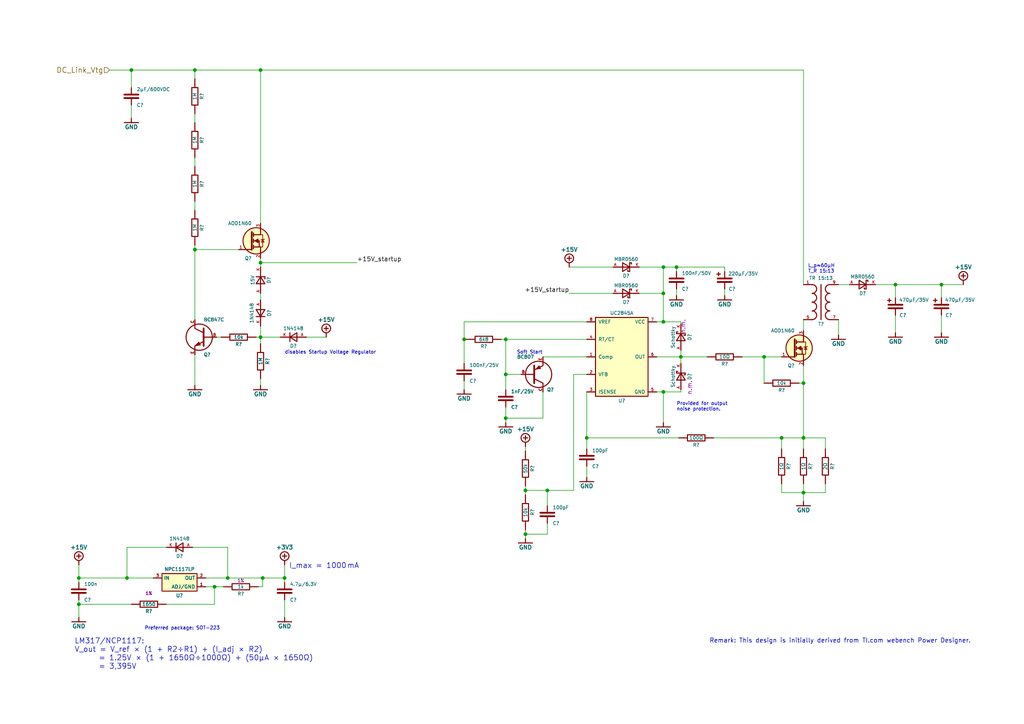
<source format=kicad_sch>
(kicad_sch (version 20230121) (generator eeschema)
  (paper "A4")
  (title_block (title "Power Supply") (date "2016-03-17") (rev "0.1") (company "Open Source Solar Inverter Project"))
  (lib_symbols
    (symbol "NCP1117LP:NPC1117LP"
      (property "Reference" "U" (at 0 -3.81 0))
      (property "Value" "NPC1117LP" (at 0 3.81 0))
      (symbol "NPC1117LP_0_1"
        (rectangle (start -5.08 2.54) (end 5.08 -2.54) (stroke (width 0.3)) (fill (type background)))
        (polyline (pts (xy -7.62 1.27) (xy -5.08 1.27)) (stroke (width 0.3)))
        (polyline (pts (xy 7.62 -1.27) (xy 5.08 -1.27)) (stroke (width 0.3)))
        (polyline (pts (xy 7.62 1.27) (xy 5.08 1.27)) (stroke (width 0.3)))
      )
      (symbol "NPC1117LP_1_1"
        (pin input line (at 7.62 -1.27 180) (length 2.54) (name "ADJ/GND") (number "1"))
        (pin input line (at 7.62 1.27 180) (length 2.54) (name "OUT") (number "2"))
        (pin input line (at -7.62 1.27 0) (length 2.54) (name "IN") (number "3"))
      )
    )
    (symbol "OSSI_standard_components:+15V" (power) (pin_names (offset 0))
      (property "Value" "+15V" (at 0 5.08 0))
      (symbol "+15V_1_0"
        (polyline (pts (xy -0.635 2.54) (xy 0.635 2.54)) (stroke (width 0.3048)))
        (polyline (pts (xy 0 1.27) (xy 0 0)) (stroke (width 0.3048)))
        (polyline (pts (xy 0 3.175) (xy 0 1.905)) (stroke (width 0.3048)))
        (circle (center 0 2.54) (radius 1.27) (stroke (width 0.3048)))
        (pin power_in line (at 0 0 90) (length 0) hide (name "+15V") (number "1"))
      )
    )
    (symbol "OSSI_standard_components:+3V3" (power) (pin_names (offset 0))
      (property "Value" "+3V3" (at 0 5.08 0))
      (symbol "+3V3_1_0"
        (polyline (pts (xy -0.635 2.54) (xy 0.635 2.54)) (stroke (width 0.3048)))
        (polyline (pts (xy 0 1.27) (xy 0 0)) (stroke (width 0.3048)))
        (polyline (pts (xy 0 3.175) (xy 0 1.905)) (stroke (width 0.3048)))
        (circle (center 0 2.54) (radius 1.27) (stroke (width 0.3048)))
        (pin power_in line (at 0 0 90) (length 0) hide (name "+3V3") (number "1"))
      )
    )
    (symbol "OSSI_standard_components:Capacitor" (pin_numbers hide) (pin_names (offset 1.016) hide)
      (property "Reference" "C" (at 1.524 -2.54 0))
      (property "Value" "Capacitor" (at 1.524 2.032 0))
      (symbol "Capacitor_0_0"
        (polyline (pts (xy -2.032 -0.508) (xy 2.032 -0.508)) (stroke (width 0.508)))
        (polyline (pts (xy -2.032 0.508) (xy 2.032 0.508)) (stroke (width 0.508)))
        (polyline (pts (xy 0 -2.54) (xy 0 -0.635)) (stroke (width 0.3048)))
        (polyline (pts (xy 0 0.635) (xy 0 2.54)) (stroke (width 0.3048)))
        (pin passive line (at 0 -2.54 90) (length 0) (name "1") (number "1"))
        (pin passive line (at 0 2.54 270) (length 0) (name "2") (number "2"))
      )
    )
    (symbol "OSSI_standard_components:Capacitor_pol" (pin_numbers hide) (pin_names (offset 1.016) hide)
      (property "Reference" "C" (at 1.143 -2.54 0))
      (property "Value" "Capacitor_pol" (at 1.016 1.905 0))
      (symbol "Capacitor_pol_0_0"
        (polyline (pts (xy -2.286 1.778) (xy -1.27 1.778)) (stroke (width 0.3048)))
        (polyline (pts (xy -2.032 -0.508) (xy 2.032 -0.508)) (stroke (width 0.508)))
        (polyline (pts (xy -2.032 0.508) (xy 2.032 0.508)) (stroke (width 0.508)))
        (polyline (pts (xy -1.778 1.27) (xy -1.778 2.286)) (stroke (width 0.3048)))
        (polyline (pts (xy 0 -2.54) (xy 0 -0.762)) (stroke (width 0.3048)))
        (polyline (pts (xy 0 0.508) (xy 0 2.54)) (stroke (width 0.3048)))
      )
      (symbol "Capacitor_pol_1_0"
        (pin passive line (at 0 2.54 180) (length 0) (name "+") (number "+"))
        (pin passive line (at 0 -2.54 180) (length 0) (name "-") (number "-"))
      )
    )
    (symbol "OSSI_standard_components:Diode" (pin_names (offset 1.016) hide)
      (property "Reference" "D" (at 0 -2.54 0))
      (property "Value" "Diode" (at 0 2.54 0))
      (symbol "Diode_0_0"
        (polyline (pts (xy -3.81 0) (xy 3.81 0)) (stroke (width 0.3048)))
        (polyline (pts (xy 1.016 1.27) (xy 1.016 0) (xy -1.016 1.27) (xy -1.016 -1.27) (xy 1.016 0) (xy 1.016 -1.27)) (stroke (width 0.3048)))
        (pin passive line (at -3.81 0 0) (length 2.54) (name "A") (number "A"))
        (pin passive line (at 3.81 0 180) (length 2.54) (name "K") (number "K"))
      )
    )
    (symbol "OSSI_standard_components:GND" (power) (pin_names (offset 0))
      (property "Value" "GND" (at 0 -2.54 0))
      (symbol "GND_0_0"
        (polyline (pts (xy -2.032 -1.27) (xy 2.032 -1.27)) (stroke (width 0.3048)))
        (polyline (pts (xy 0 -1.27) (xy 0 0)) (stroke (width 0.3048)))
        (pin power_in line (at 0 0 270) (length 0) hide (name "GND") (number "1"))
      )
    )
    (symbol "OSSI_standard_components:NMOS" (pin_names (offset 1.016) hide)
      (property "Reference" "Q" (at 0 -5.08 0))
      (property "Value" "NMOS" (at 0 5.08 0))
      (symbol "NMOS_0_0"
        (polyline (pts (xy 0 -2.54) (xy -3.81 -2.54)) (stroke (width 0.3048)))
        (polyline (pts (xy 0 2.54) (xy 0 -2.54)) (stroke (width 0.508)))
        (polyline (pts (xy 0.508 -1.27) (xy 0.508 -2.286)) (stroke (width 0.3048)))
        (polyline (pts (xy 0.508 0.508) (xy 0.508 -0.508)) (stroke (width 0.3048)))
        (polyline (pts (xy 0.508 2.286) (xy 0.508 1.27)) (stroke (width 0.3048)))
        (polyline (pts (xy 2.159 -1.778) (xy 2.159 0)) (stroke (width 0.3048)))
        (polyline (pts (xy 2.159 0) (xy 0.508 0)) (stroke (width 0.3048)))
        (polyline (pts (xy 0.508 -1.778) (xy 2.54 -1.778) (xy 2.54 -5.08)) (stroke (width 0.3048)))
        (polyline (pts (xy 0.508 1.778) (xy 2.54 1.778) (xy 2.54 5.08)) (stroke (width 0.3048)))
        (polyline (pts (xy 1.016 0) (xy 1.778 0.508) (xy 1.778 -0.508) (xy 1.016 0)) (stroke (width 0.3048)) (fill (type outline)))
        (polyline (pts (xy 2.54 -1.778) (xy 3.175 -1.778) (xy 3.175 1.778) (xy 2.54 1.778)) (stroke (width 0.2032)))
        (polyline (pts (xy 3.175 0.381) (xy 2.794 -0.381) (xy 3.556 -0.381) (xy 3.175 0.381)) (stroke (width 0.2032)))
        (polyline (pts (xy 3.683 0.508) (xy 3.556 0.381) (xy 2.794 0.381) (xy 2.667 0.254)) (stroke (width 0.2032)))
        (circle (center 1.27 0) (radius 3.81) (stroke (width 0.3048)) (fill (type background)))
        (pin input line (at -3.81 -2.54 0) (length 1.27) (name "G") (number "1"))
      )
      (symbol "NMOS_1_0"
        (pin passive line (at 2.54 -5.08 90) (length 1.27) (name "S") (number "2"))
        (pin passive line (at 2.54 5.08 270) (length 1.27) (name "D") (number "3"))
      )
    )
    (symbol "OSSI_standard_components:NPN" (pin_names (offset 1.016) hide)
      (property "Reference" "Q" (at 0 -5.08 0))
      (property "Value" "NPN" (at 0 5.08 0))
      (symbol "NPN_0_0"
        (polyline (pts (xy 0 0) (xy -3.81 0)) (stroke (width 0.3048)))
        (polyline (pts (xy 0 2.54) (xy 0 -2.54)) (stroke (width 0.508)))
        (polyline (pts (xy 0 -1.27) (xy 2.54 -2.54) (xy 2.54 -5.08)) (stroke (width 0.3048)))
        (polyline (pts (xy 0 1.27) (xy 2.54 2.54) (xy 2.54 5.08)) (stroke (width 0.3048)))
        (polyline (pts (xy 0.889 -2.286) (xy 1.397 -1.397) (xy 2.54 -2.54) (xy 0.889 -2.286)) (fill (type outline)))
        (circle (center 1.27 0) (radius 3.81) (stroke (width 0.3048)))
        (pin input line (at -3.81 0 0) (length 1.27) (name "B") (number "B"))
      )
      (symbol "NPN_1_0"
        (pin passive line (at 2.54 5.08 270) (length 1.27) (name "C") (number "C"))
        (pin passive line (at 2.54 -5.08 90) (length 1.27) (name "E") (number "E"))
      )
    )
    (symbol "OSSI_standard_components:PNP" (pin_names (offset 1.016) hide)
      (property "Reference" "Q" (at 0 -5.08 0))
      (property "Value" "PNP" (at 0 5.08 0))
      (symbol "PNP_0_0"
        (polyline (pts (xy 0 0) (xy -3.81 0)) (stroke (width 0.3048)))
        (polyline (pts (xy 0 2.54) (xy 0 -2.54)) (stroke (width 0.508)))
        (polyline (pts (xy 0 -1.27) (xy 2.54 -2.54) (xy 2.54 -5.08)) (stroke (width 0.3048)))
        (polyline (pts (xy 0 1.27) (xy 2.54 2.54) (xy 2.54 5.08)) (stroke (width 0.3048)))
        (polyline (pts (xy 1.905 1.651) (xy 1.397 2.54) (xy 0.508 1.524) (xy 1.905 1.651)) (fill (type outline)))
        (circle (center 1.27 0) (radius 3.81) (stroke (width 0.3048)))
        (pin input line (at -3.81 0 0) (length 1.27) (name "B") (number "B"))
      )
      (symbol "PNP_1_0"
        (pin passive line (at 2.54 -5.08 90) (length 1.27) (name "C") (number "C"))
        (pin passive line (at 2.54 5.08 270) (length 1.27) (name "E") (number "E"))
      )
    )
    (symbol "OSSI_standard_components:Resistor" (pin_numbers hide) (pin_names (offset 1.016) hide)
      (property "Reference" "R" (at 0 -2.032 0))
      (property "Value" "Resistor" (at 0 0 0))
      (symbol "Resistor_0_0"
        (rectangle (start -2.54 0.889) (end 2.54 -0.889) (stroke (width 0.3048)))
        (polyline (pts (xy -2.54 0) (xy -5.08 0)) (stroke (width 0.3048)))
        (polyline (pts (xy 5.08 0) (xy 2.54 0)) (stroke (width 0.3048)))
      )
      (symbol "Resistor_1_1"
        (pin passive line (at -5.08 0 0) (length 0) (name "1") (number "1"))
        (pin passive line (at 5.08 0 180) (length 0) (name "2") (number "2"))
      )
    )
    (symbol "OSSI_standard_components:Schottky" (pin_names (offset 1.016) hide)
      (property "Reference" "D" (at 0 -2.54 0))
      (property "Value" "Schottky" (at 0 2.286 0))
      (symbol "Schottky_0_0"
        (polyline (pts (xy -3.81 0) (xy 3.81 0)) (stroke (width 0.3048)))
        (polyline (pts (xy 1.016 1.27) (xy 1.016 0) (xy -1.016 1.27) (xy -1.016 -1.27) (xy 1.016 0) (xy 1.016 -1.27)) (stroke (width 0.3048)))
        (pin passive line (at -3.81 0 0) (length 1.27) (name "A") (number "A"))
        (pin passive line (at 3.81 0 180) (length 1.27) (name "K") (number "K"))
      )
      (symbol "Schottky_1_0"
        (polyline (pts (xy 1.016 -1.27) (xy 0.508 -1.27) (xy 0.508 -0.889)) (stroke (width 0.3048)))
        (polyline (pts (xy 1.016 1.27) (xy 1.524 1.27) (xy 1.524 0.889)) (stroke (width 0.3048)))
      )
    )
    (symbol "OSSI_standard_components:Transformer" (pin_names (offset 1.016) hide)
      (property "Reference" "T" (at 0 -6.35 0))
      (property "Value" "Transformer" (at 0 6.985 0))
      (symbol "Transformer_0_1"
        (arc (start -2.54 2.54) (mid -1.2755 3.81) (end -2.54 5.08) (stroke (width 0.3048)))
        (polyline (pts (xy -2.54 -5.08) (xy -5.08 -5.08)) (stroke (width 0.3048)))
        (polyline (pts (xy -2.54 5.08) (xy -5.08 5.08)) (stroke (width 0.3048)))
        (polyline (pts (xy 0 5.08) (xy 0 -5.08)) (stroke (width 0.3048)))
        (polyline (pts (xy 5.08 -5.08) (xy 2.54 -5.08)) (stroke (width 0.3048)))
        (polyline (pts (xy 5.08 5.08) (xy 2.54 5.08)) (stroke (width 0.3048)))
      )
      (symbol "Transformer_1_1"
        (arc (start -2.54 -5.08) (mid -1.2755 -3.81) (end -2.54 -2.54) (stroke (width 0.3048)))
        (arc (start -2.54 -2.54) (mid -1.2755 -1.27) (end -2.54 0) (stroke (width 0.3048)))
        (arc (start -2.54 0) (mid -1.2755 1.27) (end -2.54 2.54) (stroke (width 0.3048)))
        (arc (start 2.54 -2.54) (mid 1.2755 -3.81) (end 2.54 -5.08) (stroke (width 0.3048)))
        (arc (start 2.54 0) (mid 1.2755 -1.27) (end 2.54 -2.54) (stroke (width 0.3048)))
        (arc (start 2.54 2.54) (mid 1.2755 1.27) (end 2.54 0) (stroke (width 0.3048)))
        (arc (start 2.54 5.08) (mid 1.2755 3.81) (end 2.54 2.54) (stroke (width 0.3048)))
        (pin passive line (at -5.08 5.08 0) (length 2.54) (name "Pri1") (number "1"))
        (pin passive line (at -5.08 -5.08 0) (length 2.54) (name "Pri5") (number "5"))
        (pin passive line (at 5.08 -5.08 180) (length 2.54) (name "Sec7") (number "7"))
        (pin passive line (at 5.08 5.08 180) (length 2.54) (name "Sec9") (number "9"))
      )
    )
    (symbol "OSSI_standard_components:Zener" (pin_names (offset 1.016) hide)
      (property "Reference" "D" (at 0 -2.413 0))
      (property "Value" "Zener" (at 0 2.286 0))
      (symbol "Zener_0_0"
        (polyline (pts (xy 0.381 -1.27) (xy 1.016 -1.27)) (stroke (width 0.3048)))
        (polyline (pts (xy -3.81 0) (xy 0.635 0) (xy 3.81 0)) (stroke (width 0.3048)))
        (polyline (pts (xy 1.016 1.27) (xy 1.016 0) (xy -1.016 1.27) (xy -1.016 -1.27) (xy 1.016 0) (xy 1.016 -1.27)) (stroke (width 0.3048)))
        (pin passive line (at -3.81 0 0) (length 1.27) (name "A") (number "A"))
        (pin passive line (at 3.81 0 180) (length 1.27) (name "K") (number "K"))
      )
    )
    (symbol "UC2845:UC2845A" (pin_names (offset 0.7874))
      (property "Reference" "U" (at 0 -12.7 0))
      (property "Value" "UC2845A" (at 0 12.7 0))
      (symbol "UC2845A_0_1"
        (rectangle (start -7.62 11.43) (end 7.62 -11.43) (stroke (width 0.3048)) (fill (type background)))
        (polyline (pts (xy -10.16 -10.16) (xy -7.62 -10.16)) (stroke (width 0.3048)))
        (polyline (pts (xy -10.16 -5.08) (xy -7.62 -5.08)) (stroke (width 0.3048)))
        (polyline (pts (xy -10.16 0) (xy -7.62 0)) (stroke (width 0.3048)))
        (polyline (pts (xy -10.16 5.08) (xy -7.62 5.08)) (stroke (width 0.3048)))
        (polyline (pts (xy -10.16 10.16) (xy -7.62 10.16)) (stroke (width 0.3048)))
        (polyline (pts (xy 10.16 -10.16) (xy 7.62 -10.16)) (stroke (width 0.3048)))
        (polyline (pts (xy 10.16 0) (xy 7.62 0)) (stroke (width 0.3048)))
        (polyline (pts (xy 10.16 10.16) (xy 7.62 10.16)) (stroke (width 0.3048)))
      )
      (symbol "UC2845A_1_1"
        (pin input line (at -10.16 0 0) (length 2.54) (name "Comp") (number "1"))
        (pin input line (at -10.16 -5.08 0) (length 2.54) (name "VFB") (number "2"))
        (pin input line (at -10.16 -10.16 0) (length 2.54) (name "ISENSE") (number "3"))
        (pin output line (at -10.16 5.08 0) (length 2.54) (name "RT/CT") (number "4"))
        (pin power_in line (at 10.16 -10.16 180) (length 2.54) (name "GND") (number "5"))
        (pin output line (at 10.16 0 180) (length 2.54) (name "OUT") (number "6"))
        (pin power_in line (at 10.16 10.16 180) (length 2.54) (name "VCC") (number "7"))
        (pin output line (at -10.16 10.16 0) (length 2.54) (name "VREF") (number "8"))
      )
    )
  )
  (junction (at 158.75 142.24))
  (junction (at 82.55 167.64))
  (junction (at 75.565 97.79))
  (junction (at 233.045 111.125))
  (junction (at 36.83 167.64))
  (junction (at 76.2 167.64))
  (junction (at 62.23 170.18))
  (junction (at 75.565 76.2))
  (junction (at 152.4 154.94))
  (junction (at 66.04 167.64))
  (junction (at 22.86 167.64))
  (junction (at 226.695 127))
  (junction (at 56.515 20.32))
  (junction (at 170.18 127))
  (junction (at 192.405 113.665))
  (junction (at 192.405 93.345))
  (junction (at 134.62 98.425))
  (junction (at 22.86 175.26))
  (junction (at 192.405 77.47))
  (junction (at 259.715 82.55))
  (junction (at 75.565 20.32))
  (junction (at 146.685 108.585))
  (junction (at 56.515 72.39))
  (junction (at 146.685 121.285))
  (junction (at 197.485 103.505))
  (junction (at 273.05 82.55))
  (junction (at 233.045 142.875))
  (junction (at 233.045 127))
  (junction (at 221.615 103.505))
  (junction (at 146.685 98.425))
  (junction (at 196.215 77.47))
  (junction (at 192.405 85.09))
  (junction (at 38.1 20.32))
  (junction (at 152.4 142.24))
  (wire (pts (xy 196.215 78.74) (xy 196.215 77.47)))
  (wire (pts (xy 196.215 85.725) (xy 196.215 83.82)))
  (wire (pts (xy 82.55 167.64) (xy 82.55 168.91)))
  (wire (pts (xy 254 82.55) (xy 259.715 82.55)))
  (wire (pts (xy 48.26 175.26) (xy 62.23 175.26)))
  (wire (pts (xy 22.86 163.83) (xy 22.86 167.64)))
  (wire (pts (xy 231.775 111.125) (xy 233.045 111.125)))
  (wire (pts (xy 157.48 113.665) (xy 157.48 121.285)))
  (wire (pts (xy 56.515 45.72) (xy 56.515 48.26)))
  (wire (pts (xy 239.395 142.875) (xy 239.395 140.335)))
  (wire (pts (xy 56.515 22.86) (xy 56.515 20.32)))
  (wire (pts (xy 56.515 72.39) (xy 56.515 71.12)))
  (wire (pts (xy 59.69 170.18) (xy 62.23 170.18)))
  (wire (pts (xy 197.485 101.6) (xy 197.485 103.505)))
  (wire (pts (xy 233.045 111.125) (xy 233.045 127)))
  (wire (pts (xy 62.23 170.18) (xy 64.77 170.18)))
  (wire (pts (xy 76.2 167.64) (xy 82.55 167.64)))
  (wire (pts (xy 170.18 138.43) (xy 170.18 135.255)))
  (wire (pts (xy 243.205 97.155) (xy 243.205 92.71)))
  (wire (pts (xy 210.185 85.725) (xy 210.185 83.82)))
  (wire (pts (xy 36.83 167.64) (xy 44.45 167.64)))
  (wire (pts (xy 233.045 127) (xy 226.695 127)))
  (wire (pts (xy 82.55 173.99) (xy 82.55 179.07)))
  (wire (pts (xy 56.515 102.87) (xy 56.515 111.76)))
  (wire (pts (xy 210.185 77.47) (xy 210.185 78.74)))
  (wire (pts (xy 233.045 127) (xy 239.395 127)))
  (wire (pts (xy 76.2 167.64) (xy 76.2 170.18)))
  (wire (pts (xy 158.75 151.765) (xy 158.75 154.94)))
  (wire (pts (xy 56.515 33.02) (xy 56.515 35.56)))
  (wire (pts (xy 197.485 103.505) (xy 205.105 103.505)))
  (wire (pts (xy 75.565 76.2) (xy 103.505 76.2)))
  (wire (pts (xy 66.04 158.75) (xy 55.88 158.75)))
  (wire (pts (xy 22.86 167.64) (xy 36.83 167.64)))
  (wire (pts (xy 82.55 163.83) (xy 82.55 167.64)))
  (wire (pts (xy 38.1 34.29) (xy 38.1 30.48)))
  (wire (pts (xy 152.4 142.24) (xy 152.4 140.97)))
  (wire (pts (xy 233.045 106.045) (xy 233.045 111.125)))
  (wire (pts (xy 56.515 20.32) (xy 38.1 20.32)))
  (wire (pts (xy 207.01 127) (xy 226.695 127)))
  (wire (pts (xy 22.86 175.26) (xy 38.1 175.26)))
  (wire (pts (xy 152.4 129.54) (xy 152.4 130.81)))
  (wire (pts (xy 239.395 127) (xy 239.395 130.175)))
  (wire (pts (xy 170.18 103.505) (xy 157.48 103.505)))
  (wire (pts (xy 192.405 122.555) (xy 192.405 113.665)))
  (wire (pts (xy 190.5 93.345) (xy 192.405 93.345)))
  (wire (pts (xy 196.215 77.47) (xy 210.185 77.47)))
  (wire (pts (xy 38.1 20.32) (xy 38.1 25.4)))
  (wire (pts (xy 146.685 108.585) (xy 146.685 98.425)))
  (wire (pts (xy 75.565 20.32) (xy 233.045 20.32)))
  (wire (pts (xy 158.75 146.685) (xy 158.75 142.24)))
  (wire (pts (xy 197.485 93.345) (xy 197.485 93.98)))
  (wire (pts (xy 170.18 127) (xy 196.85 127)))
  (wire (pts (xy 134.62 93.345) (xy 134.62 98.425)))
  (wire (pts (xy 56.515 58.42) (xy 56.515 60.96)))
  (wire (pts (xy 22.86 175.26) (xy 22.86 179.07)))
  (wire (pts (xy 75.565 109.855) (xy 75.565 111.76)))
  (wire (pts (xy 146.685 113.03) (xy 146.685 108.585)))
  (wire (pts (xy 158.75 154.94) (xy 152.4 154.94)))
  (wire (pts (xy 74.93 170.18) (xy 76.2 170.18)))
  (wire (pts (xy 170.18 98.425) (xy 146.685 98.425)))
  (wire (pts (xy 135.255 98.425) (xy 134.62 98.425)))
  (wire (pts (xy 215.265 103.505) (xy 221.615 103.505)))
  (wire (pts (xy 259.715 96.52) (xy 259.715 91.44)))
  (wire (pts (xy 146.685 121.285) (xy 146.685 118.11)))
  (wire (pts (xy 170.18 113.665) (xy 170.18 127)))
  (wire (pts (xy 259.715 82.55) (xy 273.05 82.55)))
  (wire (pts (xy 75.565 94.615) (xy 75.565 97.79)))
  (wire (pts (xy 233.045 145.415) (xy 233.045 142.875)))
  (wire (pts (xy 221.615 103.505) (xy 226.695 103.505)))
  (wire (pts (xy 233.045 140.335) (xy 233.045 142.875)))
  (wire (pts (xy 243.205 82.55) (xy 246.38 82.55)))
  (wire (pts (xy 31.75 20.32) (xy 38.1 20.32)))
  (wire (pts (xy 165.1 77.47) (xy 177.8 77.47)))
  (wire (pts (xy 226.695 142.875) (xy 233.045 142.875)))
  (wire (pts (xy 75.565 97.79) (xy 75.565 99.695)))
  (wire (pts (xy 94.615 97.79) (xy 88.9 97.79)))
  (wire (pts (xy 273.05 96.52) (xy 273.05 91.44)))
  (wire (pts (xy 146.685 122.555) (xy 146.685 121.285)))
  (wire (pts (xy 69.215 72.39) (xy 56.515 72.39)))
  (wire (pts (xy 192.405 77.47) (xy 196.215 77.47)))
  (wire (pts (xy 273.05 82.55) (xy 279.4 82.55)))
  (wire (pts (xy 166.37 142.24) (xy 158.75 142.24)))
  (wire (pts (xy 66.04 167.64) (xy 76.2 167.64)))
  (wire (pts (xy 74.295 97.79) (xy 75.565 97.79)))
  (wire (pts (xy 158.75 142.24) (xy 152.4 142.24)))
  (wire (pts (xy 152.4 156.21) (xy 152.4 154.94)))
  (wire (pts (xy 170.18 93.345) (xy 134.62 93.345)))
  (wire (pts (xy 185.42 77.47) (xy 192.405 77.47)))
  (wire (pts (xy 75.565 85.09) (xy 75.565 86.995)))
  (wire (pts (xy 190.5 103.505) (xy 197.485 103.505)))
  (wire (pts (xy 165.1 85.09) (xy 177.8 85.09)))
  (wire (pts (xy 221.615 111.125) (xy 221.615 103.505)))
  (wire (pts (xy 226.695 140.335) (xy 226.695 142.875)))
  (wire (pts (xy 62.865 97.79) (xy 64.135 97.79)))
  (wire (pts (xy 146.685 98.425) (xy 145.415 98.425)))
  (wire (pts (xy 233.045 127) (xy 233.045 130.175)))
  (wire (pts (xy 233.045 92.71) (xy 233.045 95.885)))
  (wire (pts (xy 75.565 76.2) (xy 75.565 77.47)))
  (wire (pts (xy 75.565 74.93) (xy 75.565 76.2)))
  (wire (pts (xy 152.4 143.51) (xy 152.4 142.24)))
  (wire (pts (xy 226.695 127) (xy 226.695 130.175)))
  (wire (pts (xy 192.405 77.47) (xy 192.405 85.09)))
  (wire (pts (xy 66.04 167.64) (xy 66.04 158.75)))
  (wire (pts (xy 197.485 103.505) (xy 197.485 105.41)))
  (wire (pts (xy 190.5 113.665) (xy 192.405 113.665)))
  (wire (pts (xy 192.405 113.665) (xy 197.485 113.665)))
  (wire (pts (xy 170.18 130.175) (xy 170.18 127)))
  (wire (pts (xy 22.86 173.99) (xy 22.86 175.26)))
  (wire (pts (xy 157.48 121.285) (xy 146.685 121.285)))
  (wire (pts (xy 36.83 158.75) (xy 48.26 158.75)))
  (wire (pts (xy 62.23 175.26) (xy 62.23 170.18)))
  (wire (pts (xy 197.485 113.665) (xy 197.485 113.03)))
  (wire (pts (xy 81.28 97.79) (xy 75.565 97.79)))
  (wire (pts (xy 134.62 113.03) (xy 134.62 110.49)))
  (wire (pts (xy 59.69 167.64) (xy 66.04 167.64)))
  (wire (pts (xy 75.565 20.32) (xy 75.565 64.77)))
  (wire (pts (xy 170.18 108.585) (xy 166.37 108.585)))
  (wire (pts (xy 192.405 93.345) (xy 197.485 93.345)))
  (wire (pts (xy 134.62 105.41) (xy 134.62 98.425)))
  (wire (pts (xy 192.405 85.09) (xy 192.405 93.345)))
  (wire (pts (xy 273.05 86.36) (xy 273.05 82.55)))
  (wire (pts (xy 56.515 20.32) (xy 75.565 20.32)))
  (wire (pts (xy 185.42 85.09) (xy 192.405 85.09)))
  (wire (pts (xy 166.37 108.585) (xy 166.37 142.24)))
  (wire (pts (xy 36.83 158.75) (xy 36.83 167.64)))
  (wire (pts (xy 259.715 86.36) (xy 259.715 82.55)))
  (wire (pts (xy 151.13 108.585) (xy 146.685 108.585)))
  (wire (pts (xy 56.515 92.71) (xy 56.515 72.39)))
  (wire (pts (xy 233.045 20.32) (xy 233.045 82.55)))
  (wire (pts (xy 152.4 154.94) (xy 152.4 153.67)))
  (wire (pts (xy 233.045 142.875) (xy 239.395 142.875)))
  (wire (pts (xy 22.86 167.64) (xy 22.86 168.91)))
  (text "L_p≈60µH\nT_R 15:13" (at 234.315 79.375 0) (effects (font (size 0.9906 0.9906)) (justify left bottom)))
  (text "disables Startup Voltage Regulator" (at 82.55 102.87 0) (effects (font (size 0.9906 0.9906)) (justify left bottom)))
  (text "Soft Start" (at 149.86 102.87 0) (effects (font (size 0.9906 0.9906)) (justify left bottom)))
  (text "Preferred package: SOT-223" (at 41.91 182.88 0) (effects (font (size 0.9906 0.9906)) (justify left bottom)))
  (text "Remark: This design is initially derived from TI.com webench Power Designer." (at 205.74 186.69 0) (effects (font (size 1.27 1.27)) (justify left bottom)))
  (text "I_max = 1000 mA" (at 83.82 165.1 0) (effects (font (size 1.524 1.524)) (justify left bottom)))
  (text "LM317/NCP1117:\nV_out = V_ref × (1 + R2÷R1) + (I_adj × R2)\n      = 1.25 V × (1 + 1650 Ω÷1000 Ω) + (50 µA × 1650 Ω)\n      = 3,395 V" (at 21.59 194.31 0) (effects (font (size 1.524 1.524)) (justify left bottom)))
  (text "Provided for output\nnoise protection." (at 196.215 119.38 0) (effects (font (size 0.9906 0.9906)) (justify left bottom)))
  (label "+15V_startup" (at 165.1 85.09 180))
  (label "+15V_startup" (at 103.505 76.2 0))
  (hierarchical_label "DC_Link_Vtg" (shape input) (at 31.75 20.32 180) (effects (font (size 1.524 1.524))))
  (symbol (lib_id "OSSI_standard_components:Capacitor") (at 22.86 171.45 0) (unit 1)
    (property "Reference" "C?" (at 24.384 173.99 0) (effects (font (size 0.9906 0.9906)) (justify left)))
    (property "Value" "100n" (at 24.384 169.418 0) (effects (font (size 0.9906 0.9906)) (justify left)))
    (property "Tolerance" "%" (effects hide))
    (property "Manufacturer" "M" (effects hide))
    (property "Partnumber" "P" (effects hide))
    (property "Supplier" "S" (effects hide))
    (property "Order No." "O.No." (effects hide))
  )
  (symbol (lib_id "OSSI_standard_components:Resistor") (at 43.18 175.26 0) (unit 1)
    (property "Reference" "R?" (at 43.18 177.292 0) (effects (font (size 0.9906 0.9906))))
    (property "Value" "1650" (at 43.18 175.26 0) (effects (font (size 0.9906 0.9906))))
    (property "Tolerance" "1%" (at 43.18 172.085 0) (effects (font (size 0.889 0.889))))
    (property "Manufacturer" "M" (effects hide))
    (property "Partnumber" "P" (effects hide))
    (property "Supplier" "S" (effects hide))
    (property "Order No." "O.No." (effects hide))
  )
  (symbol (lib_id "OSSI_standard_components:Resistor") (at 69.85 170.18 0) (unit 1)
    (property "Reference" "R?" (at 69.85 172.212 0) (effects (font (size 0.9906 0.9906))))
    (property "Value" "1k" (at 69.85 170.18 0) (effects (font (size 0.9906 0.9906))))
    (property "Tolerance" "1%" (at 69.85 168.402 0) (effects (font (size 0.889 0.889))))
    (property "Manufacturer" "M" (effects hide))
    (property "Partnumber" "P" (effects hide))
    (property "Supplier" "S" (effects hide))
    (property "Order No." "O.No." (effects hide))
  )
  (symbol (lib_id "OSSI_standard_components:Diode") (at 52.07 158.75 0) (mirror y) (unit 1)
    (property "Reference" "D?" (at 52.07 161.29 0) (effects (font (size 0.9906 0.9906))))
    (property "Value" "1N4148" (at 52.07 156.21 0) (effects (font (size 0.9906 0.9906))))
    (property "Footprint" "OSSI_standard_footprints:SOD123_R" (effects hide))
    (property "Manufacturer" "M" (effects hide))
    (property "Partnumber" "P" (effects hide))
    (property "Supplier" "S" (effects hide))
    (property "Order No." "O.No." (effects hide))
  )
  (symbol (lib_id "OSSI_standard_components:Capacitor") (at 82.55 171.45 0) (unit 1)
    (property "Reference" "C?" (at 84.074 173.99 0) (effects (font (size 0.9906 0.9906)) (justify left)))
    (property "Value" "4.7µ/6.3V" (at 84.074 169.418 0) (effects (font (size 0.9906 0.9906)) (justify left)))
    (property "Tolerance" "%" (effects hide))
    (property "Manufacturer" "M" (effects hide))
    (property "Partnumber" "P" (effects hide))
    (property "Supplier" "S" (effects hide))
    (property "Order No." "O.No." (effects hide))
  )
  (symbol (lib_id "OSSI_standard_components:+3V3") (at 82.55 163.83 0) (unit 1)
    (property "Reference" "#+3V030102" (effects hide))
    (property "Value" "+3V3" (at 82.55 158.75 0) (effects (font (size 1.1938 1.1938) bold)))
  )
  (symbol (lib_id "OSSI_standard_components:+15V") (at 22.86 163.83 0) (unit 1)
    (property "Reference" "#+15V0102" (effects hide))
    (property "Value" "+15V" (at 22.86 158.75 0) (effects (font (size 1.1938 1.1938) bold)))
  )
  (symbol (lib_id "OSSI_standard_components:GND") (at 22.86 179.07 0) (unit 1)
    (property "Reference" "#GND0109" (effects hide))
    (property "Value" "GND" (at 22.86 181.61 0) (effects (font (size 1.1938 1.1938) bold)))
  )
  (symbol (lib_id "OSSI_standard_components:GND") (at 82.55 179.07 0) (unit 1)
    (property "Reference" "#GND0110" (effects hide))
    (property "Value" "GND" (at 82.55 181.61 0) (effects (font (size 1.1938 1.1938) bold)))
  )
  (symbol (lib_id "OSSI_standard_components:Capacitor") (at 38.1 27.94 0) (unit 1)
    (property "Reference" "C?" (at 39.624 30.48 0) (effects (font (size 0.9906 0.9906)) (justify left)))
    (property "Value" "2µF/600VDC" (at 39.624 25.908 0) (effects (font (size 0.9906 0.9906)) (justify left)))
    (property "Tolerance" "%" (effects hide))
    (property "Manufacturer" "M" (effects hide))
    (property "Partnumber" "P" (effects hide))
    (property "Supplier" "S" (effects hide))
    (property "Order No." "O.No." (effects hide))
  )
  (symbol (lib_id "OSSI_standard_components:GND") (at 38.1 34.29 0) (unit 1)
    (property "Reference" "#GND0111" (effects hide))
    (property "Value" "GND" (at 38.1 36.83 0) (effects (font (size 1.1938 1.1938) bold)))
  )
  (symbol (lib_id "OSSI_standard_components:Resistor") (at 56.515 27.94 90) (unit 1)
    (property "Reference" "R?" (at 58.547 27.94 0) (effects (font (size 0.9906 0.9906))))
    (property "Value" "1M" (at 56.515 27.94 0) (effects (font (size 0.9906 0.9906))))
    (property "Footprint" "OSSI_standard_footprints:MELF_0204_W" (effects hide))
    (property "Tolerance" "%" (effects hide))
    (property "Manufacturer" "M" (effects hide))
    (property "Partnumber" "P" (effects hide))
    (property "Supplier" "S" (effects hide))
    (property "Order No." "O.No." (effects hide))
  )
  (symbol (lib_id "UC2845:UC2845A") (at 180.34 103.505 0) (unit 1)
    (property "Reference" "U?" (at 180.34 116.205 0) (effects (font (size 0.9906 0.9906))))
    (property "Value" "UC2845A" (at 180.34 90.805 0) (effects (font (size 0.9906 0.9906))))
    (property "Manufacturer" "M" (effects hide))
    (property "Order No." "O.No." (effects hide))
    (property "Partnumber" "P" (effects hide))
    (property "Supplier" "S" (effects hide))
  )
  (symbol (lib_id "OSSI_standard_components:Resistor") (at 140.335 98.425 0) (unit 1)
    (property "Reference" "R?" (at 140.335 100.457 0) (effects (font (size 0.9906 0.9906))))
    (property "Value" "6k8" (at 140.335 98.425 0) (effects (font (size 0.9906 0.9906))))
    (property "Tolerance" "%" (effects hide))
    (property "Manufacturer" "M" (effects hide))
    (property "Partnumber" "P" (effects hide))
    (property "Supplier" "S" (effects hide))
    (property "Order No." "O.No." (effects hide))
  )
  (symbol (lib_id "OSSI_standard_components:Capacitor") (at 146.685 115.57 0) (unit 1)
    (property "Reference" "C?" (at 148.209 118.11 0) (effects (font (size 0.9906 0.9906)) (justify left)))
    (property "Value" "1nF/25V" (at 148.209 113.538 0) (effects (font (size 0.9906 0.9906)) (justify left)))
    (property "Tolerance" "%" (effects hide))
    (property "Manufacturer" "M" (effects hide))
    (property "Partnumber" "P" (effects hide))
    (property "Supplier" "S" (effects hide))
    (property "Order No." "O.No." (effects hide))
  )
  (symbol (lib_id "OSSI_standard_components:GND") (at 146.685 122.555 0) (unit 1)
    (property "Reference" "#GND0112" (effects hide))
    (property "Value" "GND" (at 146.685 125.095 0) (effects (font (size 1.1938 1.1938) bold)))
  )
  (symbol (lib_id "OSSI_standard_components:Schottky") (at 197.485 109.22 90) (unit 1)
    (property "Reference" "D?" (at 200.025 109.22 0) (effects (font (size 0.9906 0.9906))))
    (property "Value" "Schottky" (at 195.199 109.22 0) (effects (font (size 0.9906 0.9906))))
    (property "Footprint" "OSSI_standard_footprints:SOD123_R" (effects hide))
    (property "Manufacturer" "M" (effects hide))
    (property "Partnumber" "P" (effects hide))
    (property "Supplier" "S" (effects hide))
    (property "Order No." "O.No." (effects hide))
    (property "NoMount" "n.m." (at 200.025 112.395 0))
  )
  (symbol (lib_id "OSSI_standard_components:GND") (at 192.405 122.555 0) (unit 1)
    (property "Reference" "#GND0113" (effects hide))
    (property "Value" "GND" (at 192.405 125.095 0) (effects (font (size 1.1938 1.1938) bold)))
  )
  (symbol (lib_id "OSSI_standard_components:Resistor") (at 56.515 40.64 90) (unit 1)
    (property "Reference" "R?" (at 58.547 40.64 0) (effects (font (size 0.9906 0.9906))))
    (property "Value" "1M" (at 56.515 40.64 0) (effects (font (size 0.9906 0.9906))))
    (property "Footprint" "OSSI_standard_footprints:MELF_0204_W" (effects hide))
    (property "Tolerance" "%" (effects hide))
    (property "Manufacturer" "M" (effects hide))
    (property "Partnumber" "P" (effects hide))
    (property "Supplier" "S" (effects hide))
    (property "Order No." "O.No." (effects hide))
  )
  (symbol (lib_id "OSSI_standard_components:Resistor") (at 56.515 53.34 90) (unit 1)
    (property "Reference" "R?" (at 58.547 53.34 0) (effects (font (size 0.9906 0.9906))))
    (property "Value" "1M" (at 56.515 53.34 0) (effects (font (size 0.9906 0.9906))))
    (property "Footprint" "OSSI_standard_footprints:MELF_0204_W" (effects hide))
    (property "Tolerance" "%" (effects hide))
    (property "Manufacturer" "M" (effects hide))
    (property "Partnumber" "P" (effects hide))
    (property "Supplier" "S" (effects hide))
    (property "Order No." "O.No." (effects hide))
  )
  (symbol (lib_id "OSSI_standard_components:Resistor") (at 56.515 66.04 90) (unit 1)
    (property "Reference" "R?" (at 58.547 66.04 0) (effects (font (size 0.9906 0.9906))))
    (property "Value" "1M" (at 56.515 66.04 0) (effects (font (size 0.9906 0.9906))))
    (property "Footprint" "OSSI_standard_footprints:MELF_0204_W" (effects hide))
    (property "Tolerance" "%" (effects hide))
    (property "Manufacturer" "M" (effects hide))
    (property "Partnumber" "P" (effects hide))
    (property "Supplier" "S" (effects hide))
    (property "Order No." "O.No." (effects hide))
  )
  (symbol (lib_id "OSSI_standard_components:NPN") (at 59.055 97.79 0) (mirror y) (unit 1)
    (property "Reference" "Q?" (at 59.055 102.87 0) (effects (font (size 0.9906 0.9906)) (justify right)))
    (property "Value" "BC847C" (at 59.055 92.71 0) (effects (font (size 0.9906 0.9906)) (justify right)))
    (property "Footprint" "OSSI_standard_footprints:SOT23_BEC_R" (effects hide))
    (property "Manufacturer" "M" (effects hide))
    (property "Partnumber" "P" (effects hide))
    (property "Supplier" "S" (effects hide))
    (property "Order No." "O.No." (effects hide))
  )
  (symbol (lib_id "OSSI_standard_components:GND") (at 56.515 111.76 0) (unit 1)
    (property "Reference" "#GND0114" (effects hide))
    (property "Value" "GND" (at 56.515 114.3 0) (effects (font (size 1.1938 1.1938) bold)))
  )
  (symbol (lib_id "OSSI_standard_components:NMOS") (at 73.025 69.85 0) (unit 1)
    (property "Reference" "Q?" (at 73.025 74.93 0) (effects (font (size 0.9906 0.9906)) (justify right)))
    (property "Value" "AOD1N60" (at 73.025 64.77 0) (effects (font (size 0.9906 0.9906)) (justify right)))
    (property "Footprint" "OSSI_standard_footprints:TO-252-DPAK-GSD" (effects hide))
    (property "Manufacturer" "M" (effects hide))
    (property "Partnumber" "P" (effects hide))
    (property "Supplier" "S" (effects hide))
    (property "Order No." "O.No." (effects hide))
  )
  (symbol (lib_id "OSSI_standard_components:Zener") (at 75.565 81.28 90) (unit 1)
    (property "Reference" "D?" (at 77.978 81.28 0) (effects (font (size 0.9906 0.9906))))
    (property "Value" "15V" (at 73.279 81.28 0) (effects (font (size 0.9906 0.9906))))
    (property "Footprint" "OSSI_standard_footprints:SOD123_R" (effects hide))
    (property "Manufacturer" "Micro Commercial Co" (effects hide))
    (property "Partnumber" "MMSZ5245B" (effects hide))
    (property "Supplier" "S" (effects hide))
    (property "Order No." "O.No." (effects hide))
  )
  (symbol (lib_id "OSSI_standard_components:Diode") (at 75.565 90.805 90) (mirror x) (unit 1)
    (property "Reference" "D?" (at 78.105 90.805 0) (effects (font (size 0.9906 0.9906))))
    (property "Value" "1N4148" (at 73.025 90.805 0) (effects (font (size 0.9906 0.9906))))
    (property "Footprint" "OSSI_standard_footprints:SOD123_R" (effects hide))
    (property "Manufacturer" "M" (effects hide))
    (property "Partnumber" "P" (effects hide))
    (property "Supplier" "S" (effects hide))
    (property "Order No." "O.No." (effects hide))
  )
  (symbol (lib_id "OSSI_standard_components:Diode") (at 85.09 97.79 0) (mirror y) (unit 1)
    (property "Reference" "D?" (at 85.09 100.33 0) (effects (font (size 0.9906 0.9906))))
    (property "Value" "1N4148" (at 85.09 95.25 0) (effects (font (size 0.9906 0.9906))))
    (property "Footprint" "OSSI_standard_footprints:SOD123_R" (effects hide))
    (property "Manufacturer" "M" (effects hide))
    (property "Partnumber" "P" (effects hide))
    (property "Supplier" "S" (effects hide))
    (property "Order No." "O.No." (effects hide))
  )
  (symbol (lib_id "OSSI_standard_components:+15V") (at 94.615 97.79 0) (unit 1)
    (property "Reference" "#+15V0103" (effects hide))
    (property "Value" "+15V" (at 94.615 92.71 0) (effects (font (size 1.1938 1.1938) bold)))
  )
  (symbol (lib_id "OSSI_standard_components:Resistor") (at 69.215 97.79 0) (unit 1)
    (property "Reference" "R?" (at 69.215 99.822 0) (effects (font (size 0.9906 0.9906))))
    (property "Value" "10k" (at 69.215 97.79 0) (effects (font (size 0.9906 0.9906))))
    (property "Tolerance" "%" (effects hide))
    (property "Manufacturer" "M" (effects hide))
    (property "Partnumber" "P" (effects hide))
    (property "Supplier" "S" (effects hide))
    (property "Order No." "O.No." (effects hide))
  )
  (symbol (lib_id "OSSI_standard_components:Resistor") (at 75.565 104.775 90) (unit 1)
    (property "Reference" "R?" (at 77.597 104.775 0) (effects (font (size 0.9906 0.9906))))
    (property "Value" "1M" (at 75.565 104.775 0) (effects (font (size 0.9906 0.9906))))
    (property "Tolerance" "%" (effects hide))
    (property "Manufacturer" "M" (effects hide))
    (property "Partnumber" "P" (effects hide))
    (property "Supplier" "S" (effects hide))
    (property "Order No." "O.No." (effects hide))
  )
  (symbol (lib_id "OSSI_standard_components:GND") (at 75.565 111.76 0) (unit 1)
    (property "Reference" "#GND0115" (effects hide))
    (property "Value" "GND" (at 75.565 114.3 0) (effects (font (size 1.1938 1.1938) bold)))
  )
  (symbol (lib_id "OSSI_standard_components:Schottky") (at 181.61 85.09 0) (unit 1)
    (property "Reference" "D?" (at 181.61 87.63 0) (effects (font (size 0.9906 0.9906))))
    (property "Value" "MBR0560" (at 181.61 82.804 0) (effects (font (size 0.9906 0.9906))))
    (property "Footprint" "OSSI_standard_footprints:SOD123_R" (effects hide))
    (property "Manufacturer" "M" (effects hide))
    (property "Partnumber" "P" (effects hide))
    (property "Supplier" "S" (effects hide))
    (property "Order No." "O.No." (effects hide))
  )
  (symbol (lib_id "OSSI_standard_components:Schottky") (at 181.61 77.47 0) (unit 1)
    (property "Reference" "D?" (at 181.61 80.01 0) (effects (font (size 0.9906 0.9906))))
    (property "Value" "MBR0560" (at 181.61 75.184 0) (effects (font (size 0.9906 0.9906))))
    (property "Footprint" "OSSI_standard_footprints:SOD123_R" (effects hide))
    (property "Manufacturer" "M" (effects hide))
    (property "Partnumber" "P" (effects hide))
    (property "Supplier" "S" (effects hide))
    (property "Order No." "O.No." (effects hide))
  )
  (symbol (lib_id "OSSI_standard_components:+15V") (at 165.1 77.47 0) (unit 1)
    (property "Reference" "#+15V0104" (effects hide))
    (property "Value" "+15V" (at 165.1 72.39 0) (effects (font (size 1.1938 1.1938) bold)))
  )
  (symbol (lib_id "OSSI_standard_components:Capacitor_pol") (at 210.185 81.28 0) (unit 1)
    (property "Reference" "C?" (at 211.328 83.82 0) (effects (font (size 0.9906 0.9906)) (justify left)))
    (property "Value" "220µF/35V" (at 211.201 79.375 0) (effects (font (size 0.9906 0.9906)) (justify left)))
    (property "Manufacturer" "M" (effects hide))
    (property "Partnumber" "P" (effects hide))
    (property "Supplier" "S" (effects hide))
    (property "Order No." "O.No." (effects hide))
  )
  (symbol (lib_id "OSSI_standard_components:Capacitor") (at 196.215 81.28 0) (unit 1)
    (property "Reference" "C?" (at 197.739 83.82 0) (effects (font (size 0.9906 0.9906)) (justify left)))
    (property "Value" "100nF/50V" (at 197.739 79.248 0) (effects (font (size 0.9906 0.9906)) (justify left)))
    (property "Tolerance" "%" (effects hide))
    (property "Manufacturer" "M" (effects hide))
    (property "Partnumber" "P" (effects hide))
    (property "Supplier" "S" (effects hide))
    (property "Order No." "O.No." (effects hide))
  )
  (symbol (lib_id "OSSI_standard_components:GND") (at 196.215 85.725 0) (unit 1)
    (property "Reference" "#GND0116" (effects hide))
    (property "Value" "GND" (at 196.215 88.265 0) (effects (font (size 1.1938 1.1938) bold)))
  )
  (symbol (lib_id "OSSI_standard_components:GND") (at 210.185 85.725 0) (unit 1)
    (property "Reference" "#GND0117" (effects hide))
    (property "Value" "GND" (at 210.185 88.265 0) (effects (font (size 1.1938 1.1938) bold)))
  )
  (symbol (lib_id "OSSI_standard_components:NMOS") (at 230.505 100.965 0) (unit 1)
    (property "Reference" "Q?" (at 230.505 106.045 0) (effects (font (size 0.9906 0.9906)) (justify right)))
    (property "Value" "AOD1N60" (at 230.505 95.885 0) (effects (font (size 0.9906 0.9906)) (justify right)))
    (property "Footprint" "OSSI_standard_footprints:TO-252-DPAK-GSD" (effects hide))
    (property "Manufacturer" "M" (effects hide))
    (property "Partnumber" "P" (effects hide))
    (property "Supplier" "S" (effects hide))
    (property "Order No." "O.No." (effects hide))
  )
  (symbol (lib_id "OSSI_standard_components:Resistor") (at 210.185 103.505 0) (unit 1)
    (property "Reference" "R?" (at 210.185 105.537 0) (effects (font (size 0.9906 0.9906))))
    (property "Value" "10Ω" (at 210.185 103.505 0) (effects (font (size 0.9906 0.9906))))
    (property "Footprint" "OSSI_standard_footprints:MELF_0204_W" (effects hide))
    (property "Tolerance" "%" (effects hide))
    (property "Manufacturer" "M" (effects hide))
    (property "Partnumber" "P" (effects hide))
    (property "Supplier" "S" (effects hide))
    (property "Order No." "O.No." (effects hide))
  )
  (symbol (lib_id "OSSI_standard_components:Resistor") (at 226.695 111.125 0) (unit 1)
    (property "Reference" "R?" (at 226.695 113.157 0) (effects (font (size 0.9906 0.9906))))
    (property "Value" "10k" (at 226.695 111.125 0) (effects (font (size 0.9906 0.9906))))
    (property "Tolerance" "%" (effects hide))
    (property "Manufacturer" "M" (effects hide))
    (property "Partnumber" "P" (effects hide))
    (property "Supplier" "S" (effects hide))
    (property "Order No." "O.No." (effects hide))
  )
  (symbol (lib_id "OSSI_standard_components:Schottky") (at 197.485 97.79 90) (unit 1)
    (property "Reference" "D?" (at 200.025 97.79 0) (effects (font (size 0.9906 0.9906))))
    (property "Value" "Schottky" (at 195.199 97.79 0) (effects (font (size 0.9906 0.9906))))
    (property "Footprint" "OSSI_standard_footprints:SOD123_R" (effects hide))
    (property "Manufacturer" "M" (effects hide))
    (property "Partnumber" "P" (effects hide))
    (property "Supplier" "S" (effects hide))
    (property "Order No." "O.No." (effects hide))
    (property "NoMount" "n.m." (at 198.12 94.615 0))
  )
  (symbol (lib_id "OSSI_standard_components:PNP") (at 154.94 108.585 0) (unit 1)
    (property "Reference" "Q?" (at 160.655 113.03 0) (effects (font (size 0.9906 0.9906)) (justify right)))
    (property "Value" "BC807" (at 154.94 103.505 0) (effects (font (size 0.9906 0.9906)) (justify right)))
    (property "Footprint" "OSSI_standard_footprints:SOT23_BEC_R" (effects hide))
    (property "Manufacturer" "M" (effects hide))
    (property "Partnumber" "P" (effects hide))
    (property "Supplier" "S" (effects hide))
    (property "Order No." "O.No." (effects hide))
  )
  (symbol (lib_id "OSSI_standard_components:Capacitor") (at 134.62 107.95 0) (unit 1)
    (property "Reference" "C?" (at 136.144 110.49 0) (effects (font (size 0.9906 0.9906)) (justify left)))
    (property "Value" "100nF/25V" (at 136.144 105.918 0) (effects (font (size 0.9906 0.9906)) (justify left)))
    (property "Tolerance" "%" (effects hide))
    (property "Manufacturer" "M" (effects hide))
    (property "Partnumber" "P" (effects hide))
    (property "Supplier" "S" (effects hide))
    (property "Order No." "O.No." (effects hide))
  )
  (symbol (lib_id "OSSI_standard_components:GND") (at 134.62 113.03 0) (unit 1)
    (property "Reference" "#GND0118" (effects hide))
    (property "Value" "GND" (at 134.62 115.57 0) (effects (font (size 1.1938 1.1938) bold)))
  )
  (symbol (lib_id "OSSI_standard_components:Resistor") (at 226.695 135.255 90) (mirror x) (unit 1)
    (property "Reference" "R?" (at 228.727 135.255 0) (effects (font (size 0.9906 0.9906))))
    (property "Value" "1Ω" (at 226.695 135.255 0) (effects (font (size 0.9906 0.9906))))
    (property "Footprint" "OSSI_standard_footprints:MELF_0207_W" (effects hide))
    (property "Tolerance" "%" (effects hide))
    (property "Manufacturer" "M" (effects hide))
    (property "Partnumber" "P" (effects hide))
    (property "Supplier" "S" (effects hide))
    (property "Order No." "O.No." (effects hide))
  )
  (symbol (lib_id "OSSI_standard_components:Resistor") (at 233.045 135.255 90) (mirror x) (unit 1)
    (property "Reference" "R?" (at 235.077 135.255 0) (effects (font (size 0.9906 0.9906))))
    (property "Value" "1Ω" (at 233.045 135.255 0) (effects (font (size 0.9906 0.9906))))
    (property "Footprint" "OSSI_standard_footprints:MELF_0207_W" (effects hide))
    (property "Tolerance" "%" (effects hide))
    (property "Manufacturer" "M" (effects hide))
    (property "Partnumber" "P" (effects hide))
    (property "Supplier" "S" (effects hide))
    (property "Order No." "O.No." (effects hide))
  )
  (symbol (lib_id "OSSI_standard_components:Resistor") (at 239.395 135.255 90) (mirror x) (unit 1)
    (property "Reference" "R?" (at 241.427 135.255 0) (effects (font (size 0.9906 0.9906))))
    (property "Value" "2Ω" (at 239.395 135.255 0) (effects (font (size 0.9906 0.9906))))
    (property "Footprint" "OSSI_standard_footprints:MELF_0207_W" (effects hide))
    (property "Tolerance" "%" (effects hide))
    (property "Manufacturer" "M" (effects hide))
    (property "Partnumber" "P" (effects hide))
    (property "Supplier" "S" (effects hide))
    (property "Order No." "O.No." (effects hide))
  )
  (symbol (lib_id "OSSI_standard_components:GND") (at 233.045 145.415 0) (unit 1)
    (property "Reference" "#GND0119" (effects hide))
    (property "Value" "GND" (at 233.045 147.955 0) (effects (font (size 1.1938 1.1938) bold)))
  )
  (symbol (lib_id "OSSI_standard_components:Capacitor") (at 170.18 132.715 0) (unit 1)
    (property "Reference" "C?" (at 171.704 135.255 0) (effects (font (size 0.9906 0.9906)) (justify left)))
    (property "Value" "100pF" (at 171.704 130.683 0) (effects (font (size 0.9906 0.9906)) (justify left)))
    (property "Tolerance" "%" (effects hide))
    (property "Manufacturer" "M" (effects hide))
    (property "Partnumber" "P" (effects hide))
    (property "Supplier" "S" (effects hide))
    (property "Order No." "O.No." (effects hide))
  )
  (symbol (lib_id "OSSI_standard_components:Resistor") (at 201.93 127 0) (unit 1)
    (property "Reference" "R?" (at 201.93 129.032 0) (effects (font (size 0.9906 0.9906))))
    (property "Value" "100Ω" (at 201.93 127 0) (effects (font (size 0.9906 0.9906))))
    (property "Tolerance" "%" (effects hide))
    (property "Manufacturer" "M" (effects hide))
    (property "Partnumber" "P" (effects hide))
    (property "Supplier" "S" (effects hide))
    (property "Order No." "O.No." (effects hide))
  )
  (symbol (lib_id "OSSI_standard_components:GND") (at 170.18 138.43 0) (unit 1)
    (property "Reference" "#GND0120" (effects hide))
    (property "Value" "GND" (at 170.18 140.97 0) (effects (font (size 1.1938 1.1938) bold)))
  )
  (symbol (lib_id "OSSI_standard_components:+15V") (at 279.4 82.55 0) (unit 1)
    (property "Reference" "#+15V0105" (effects hide))
    (property "Value" "+15V" (at 279.4 77.47 0) (effects (font (size 1.1938 1.1938) bold)))
  )
  (symbol (lib_id "OSSI_standard_components:Resistor") (at 152.4 135.89 90) (unit 1)
    (property "Reference" "R?" (at 154.432 135.89 0) (effects (font (size 0.9906 0.9906))))
    (property "Value" "50k" (at 152.4 135.89 0) (effects (font (size 0.9906 0.9906))))
    (property "Tolerance" "%" (effects hide))
    (property "Manufacturer" "M" (effects hide))
    (property "Partnumber" "P" (effects hide))
    (property "Supplier" "S" (effects hide))
    (property "Order No." "O.No." (effects hide))
  )
  (symbol (lib_id "OSSI_standard_components:Resistor") (at 152.4 148.59 90) (unit 1)
    (property "Reference" "R?" (at 154.432 148.59 0) (effects (font (size 0.9906 0.9906))))
    (property "Value" "10k" (at 152.4 148.59 0) (effects (font (size 0.9906 0.9906))))
    (property "Tolerance" "%" (effects hide))
    (property "Manufacturer" "M" (effects hide))
    (property "Partnumber" "P" (effects hide))
    (property "Supplier" "S" (effects hide))
    (property "Order No." "O.No." (effects hide))
  )
  (symbol (lib_id "OSSI_standard_components:GND") (at 152.4 156.21 0) (unit 1)
    (property "Reference" "#GND0121" (effects hide))
    (property "Value" "GND" (at 152.4 158.75 0) (effects (font (size 1.1938 1.1938) bold)))
  )
  (symbol (lib_id "OSSI_standard_components:+15V") (at 152.4 129.54 0) (unit 1)
    (property "Reference" "#+15V0106" (effects hide))
    (property "Value" "+15V" (at 152.4 124.46 0) (effects (font (size 1.1938 1.1938) bold)))
  )
  (symbol (lib_id "OSSI_standard_components:Capacitor") (at 158.75 149.225 0) (unit 1)
    (property "Reference" "C?" (at 160.274 151.765 0) (effects (font (size 0.9906 0.9906)) (justify left)))
    (property "Value" "100pF" (at 160.274 147.193 0) (effects (font (size 0.9906 0.9906)) (justify left)))
    (property "Tolerance" "%" (effects hide))
    (property "Manufacturer" "M" (effects hide))
    (property "Partnumber" "P" (effects hide))
    (property "Supplier" "S" (effects hide))
    (property "Order No." "O.No." (effects hide))
  )
  (symbol (lib_id "OSSI_standard_components:Capacitor_pol") (at 273.05 88.9 0) (unit 1)
    (property "Reference" "C?" (at 274.193 91.44 0) (effects (font (size 0.9906 0.9906)) (justify left)))
    (property "Value" "470µF/35V" (at 274.066 86.995 0) (effects (font (size 0.9906 0.9906)) (justify left)))
    (property "Manufacturer" "M" (effects hide))
    (property "Partnumber" "P" (effects hide))
    (property "Supplier" "S" (effects hide))
    (property "Order No." "O.No." (effects hide))
  )
  (symbol (lib_id "OSSI_standard_components:GND") (at 273.05 96.52 0) (unit 1)
    (property "Reference" "#GND0122" (effects hide))
    (property "Value" "GND" (at 273.05 99.06 0) (effects (font (size 1.1938 1.1938) bold)))
  )
  (symbol (lib_id "OSSI_standard_components:Capacitor_pol") (at 259.715 88.9 0) (unit 1)
    (property "Reference" "C?" (at 260.858 91.44 0) (effects (font (size 0.9906 0.9906)) (justify left)))
    (property "Value" "470µF/35V" (at 260.731 86.995 0) (effects (font (size 0.9906 0.9906)) (justify left)))
    (property "Manufacturer" "M" (effects hide))
    (property "Partnumber" "P" (effects hide))
    (property "Supplier" "S" (effects hide))
    (property "Order No." "O.No." (effects hide))
  )
  (symbol (lib_id "OSSI_standard_components:GND") (at 259.715 96.52 0) (unit 1)
    (property "Reference" "#GND0123" (effects hide))
    (property "Value" "GND" (at 259.715 99.06 0) (effects (font (size 1.1938 1.1938) bold)))
  )
  (symbol (lib_id "OSSI_standard_components:Schottky") (at 250.19 82.55 0) (unit 1)
    (property "Reference" "D?" (at 250.19 85.09 0) (effects (font (size 0.9906 0.9906))))
    (property "Value" "MBR0560" (at 250.19 80.264 0) (effects (font (size 0.9906 0.9906))))
    (property "Footprint" "OSSI_standard_footprints:SOD123_R" (effects hide))
    (property "Manufacturer" "M" (effects hide))
    (property "Partnumber" "P" (effects hide))
    (property "Supplier" "S" (effects hide))
    (property "Order No." "O.No." (effects hide))
  )
  (symbol (lib_id "OSSI_standard_components:Transformer") (at 238.125 87.63 0) (unit 1)
    (property "Reference" "T?" (at 238.125 93.98 0) (effects (font (size 0.9906 0.9906))))
    (property "Value" "TR 15:13" (at 238.125 80.645 0) (effects (font (size 0.9906 0.9906))))
    (property "Manufacturer" "M" (effects hide))
    (property "Partnumber" "P" (effects hide))
    (property "Supplier" "S" (effects hide))
    (property "Order No." "O.No." (effects hide))
  )
  (symbol (lib_id "OSSI_standard_components:GND") (at 243.205 97.155 0) (unit 1)
    (property "Reference" "#GND0124" (effects hide))
    (property "Value" "GND" (at 243.205 99.695 0) (effects (font (size 1.1938 1.1938) bold)))
  )
  (symbol (lib_id "NCP1117LP:NPC1117LP") (at 52.07 168.91 0) (unit 1)
    (property "Reference" "U?" (at 52.07 172.72 0) (effects (font (size 1 1))))
    (property "Value" "NPC1117LP" (at 52.07 165.1 0) (effects (font (size 1 1))))
  )
)
</source>
